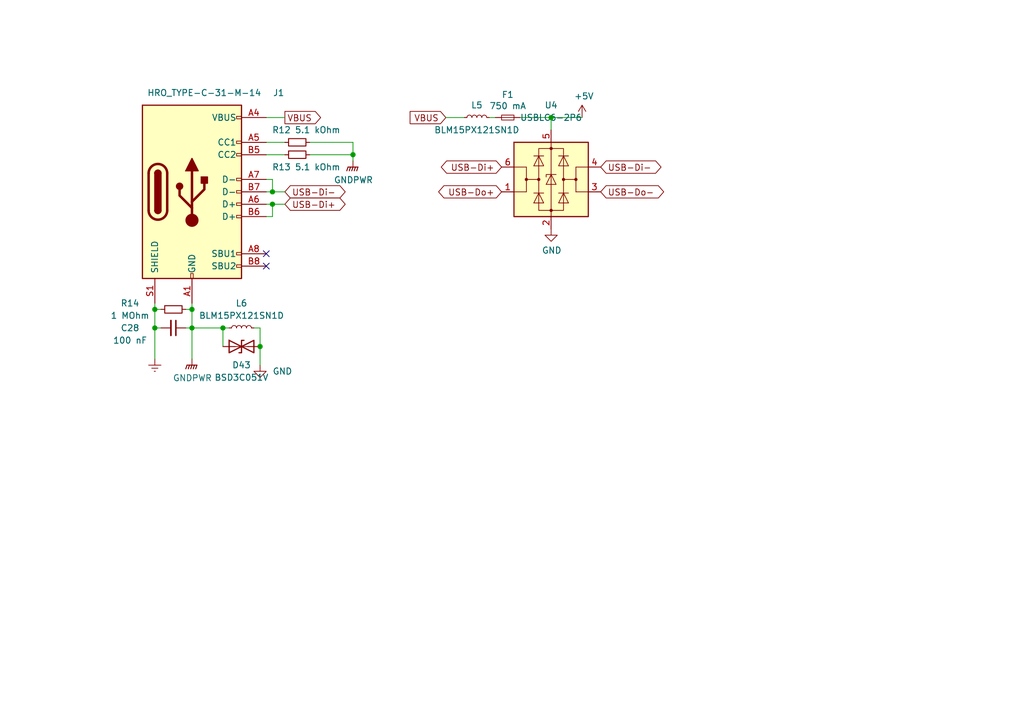
<source format=kicad_sch>
(kicad_sch (version 20230121) (generator eeschema)
  (paper "A5")
  (lib_symbols
    (symbol "Connector:USB_C_Receptacle_USB2.0" (pin_names (offset 1.016))
      (property "Reference" "J" (at -10.16 19.05 0))
      (property "Value" "USB_C_Receptacle_USB2.0" (at 19.05 19.05 0))
      (symbol "USB_C_Receptacle_USB2.0_0_0"
        (rectangle (start -0.254 -17.78) (end 0.254 -16.764))
        (rectangle (start 10.16 -14.986) (end 9.144 -15.494))
        (rectangle (start 10.16 -12.446) (end 9.144 -12.954))
        (rectangle (start 10.16 -4.826) (end 9.144 -5.334))
        (rectangle (start 10.16 -2.286) (end 9.144 -2.794))
        (rectangle (start 10.16 0.254) (end 9.144 -0.254))
        (rectangle (start 10.16 2.794) (end 9.144 2.286))
        (rectangle (start 10.16 7.874) (end 9.144 7.366))
        (rectangle (start 10.16 10.414) (end 9.144 9.906))
        (rectangle (start 10.16 15.494) (end 9.144 14.986))
      )
      (symbol "USB_C_Receptacle_USB2.0_0_1"
        (rectangle (start -10.16 17.78) (end 10.16 -17.78) (stroke (width 0.254)) (fill (type background)))
        (arc (start -8.89 -3.81) (mid -6.985 -5.7067) (end -5.08 -3.81) (stroke (width 0.508)))
        (arc (start -7.62 -3.81) (mid -6.985 -4.4423) (end -6.35 -3.81) (stroke (width 0.254)))
        (arc (start -7.62 -3.81) (mid -6.985 -4.4423) (end -6.35 -3.81) (stroke (width 0.254)) (fill (type outline)))
        (rectangle (start -7.62 -3.81) (end -6.35 3.81) (stroke (width 0.254)) (fill (type outline)))
        (arc (start -6.35 3.81) (mid -6.985 4.4423) (end -7.62 3.81) (stroke (width 0.254)))
        (arc (start -6.35 3.81) (mid -6.985 4.4423) (end -7.62 3.81) (stroke (width 0.254)) (fill (type outline)))
        (arc (start -5.08 3.81) (mid -6.985 5.7067) (end -8.89 3.81) (stroke (width 0.508)))
        (circle (center -2.54 1.143) (radius 0.635) (stroke (width 0.254)) (fill (type outline)))
        (circle (center 0 -5.842) (radius 1.27) (fill (type outline)))
        (polyline (pts (xy -8.89 -3.81) (xy -8.89 3.81)) (stroke (width 0.508)))
        (polyline (pts (xy -5.08 3.81) (xy -5.08 -3.81)) (stroke (width 0.508)))
        (polyline (pts (xy 0 -5.842) (xy 0 4.318)) (stroke (width 0.508)))
        (polyline (pts (xy 0 -3.302) (xy -2.54 -0.762) (xy -2.54 0.508)) (stroke (width 0.508)))
        (polyline (pts (xy 0 -2.032) (xy 2.54 0.508) (xy 2.54 1.778)) (stroke (width 0.508)))
        (polyline (pts (xy -1.27 4.318) (xy 0 6.858) (xy 1.27 4.318) (xy -1.27 4.318)) (stroke (width 0.254)) (fill (type outline)))
        (rectangle (start 1.905 1.778) (end 3.175 3.048) (stroke (width 0.254)) (fill (type outline)))
      )
      (symbol "USB_C_Receptacle_USB2.0_1_1"
        (pin passive line (at 0 -22.86 90) (length 5.08) (name "GND") (number "A1"))
        (pin passive line (at 0 -22.86 90) (length 5.08) hide (name "GND") (number "A12"))
        (pin passive line (at 15.24 15.24 180) (length 5.08) (name "VBUS") (number "A4"))
        (pin bidirectional line (at 15.24 10.16 180) (length 5.08) (name "CC1") (number "A5"))
        (pin bidirectional line (at 15.24 -2.54 180) (length 5.08) (name "D+") (number "A6"))
        (pin bidirectional line (at 15.24 2.54 180) (length 5.08) (name "D-") (number "A7"))
        (pin bidirectional line (at 15.24 -12.7 180) (length 5.08) (name "SBU1") (number "A8"))
        (pin passive line (at 15.24 15.24 180) (length 5.08) hide (name "VBUS") (number "A9"))
        (pin passive line (at 0 -22.86 90) (length 5.08) hide (name "GND") (number "B1"))
        (pin passive line (at 0 -22.86 90) (length 5.08) hide (name "GND") (number "B12"))
        (pin passive line (at 15.24 15.24 180) (length 5.08) hide (name "VBUS") (number "B4"))
        (pin bidirectional line (at 15.24 7.62 180) (length 5.08) (name "CC2") (number "B5"))
        (pin bidirectional line (at 15.24 -5.08 180) (length 5.08) (name "D+") (number "B6"))
        (pin bidirectional line (at 15.24 0 180) (length 5.08) (name "D-") (number "B7"))
        (pin bidirectional line (at 15.24 -15.24 180) (length 5.08) (name "SBU2") (number "B8"))
        (pin passive line (at 15.24 15.24 180) (length 5.08) hide (name "VBUS") (number "B9"))
        (pin passive line (at -7.62 -22.86 90) (length 5.08) (name "SHIELD") (number "S1"))
      )
    )
    (symbol "Device:C_Small" (pin_numbers hide) (pin_names (offset 0.254) hide)
      (property "Reference" "C" (at 0.254 1.778 0))
      (property "Value" "C_Small" (at 0.254 -2.032 0))
      (symbol "C_Small_0_1"
        (polyline (pts (xy -1.524 -0.508) (xy 1.524 -0.508)) (stroke (width 0.3302)))
        (polyline (pts (xy -1.524 0.508) (xy 1.524 0.508)) (stroke (width 0.3048)))
      )
      (symbol "C_Small_1_1"
        (pin passive line (at 0 2.54 270) (length 2.032) (name "~") (number "1"))
        (pin passive line (at 0 -2.54 90) (length 2.032) (name "~") (number "2"))
      )
    )
    (symbol "Device:D_TVS" (pin_numbers hide) (pin_names (offset 1.016) hide)
      (property "Reference" "D" (at 0 2.54 0))
      (property "Value" "D_TVS" (at 0 -2.54 0))
      (symbol "D_TVS_0_1"
        (polyline (pts (xy 1.27 0) (xy -1.27 0)))
        (polyline (pts (xy 0.508 1.27) (xy 0 1.27) (xy 0 -1.27) (xy -0.508 -1.27)) (stroke (width 0.254)))
        (polyline (pts (xy -2.54 1.27) (xy -2.54 -1.27) (xy 2.54 1.27) (xy 2.54 -1.27) (xy -2.54 1.27)) (stroke (width 0.254)))
      )
      (symbol "D_TVS_1_1"
        (pin passive line (at -3.81 0 0) (length 2.54) (name "A1") (number "1"))
        (pin passive line (at 3.81 0 180) (length 2.54) (name "A2") (number "2"))
      )
    )
    (symbol "Device:Fuse_Small" (pin_numbers hide) (pin_names (offset 0.254) hide)
      (property "Reference" "F" (at 0 -1.524 0))
      (property "Value" "Fuse_Small" (at 0 1.524 0))
      (symbol "Fuse_Small_0_1"
        (rectangle (start -1.27 0.508) (end 1.27 -0.508))
        (polyline (pts (xy -1.27 0) (xy 1.27 0)))
      )
      (symbol "Fuse_Small_1_1"
        (pin passive line (at -2.54 0 0) (length 1.27) (name "~") (number "1"))
        (pin passive line (at 2.54 0 180) (length 1.27) (name "~") (number "2"))
      )
    )
    (symbol "Device:L_Small" (pin_numbers hide) (pin_names (offset 0.254) hide)
      (property "Reference" "L" (at 0.762 1.016 0))
      (property "Value" "L_Small" (at 0.762 -1.016 0))
      (symbol "L_Small_0_1"
        (arc (start 0 -2.032) (mid 0.5058 -1.524) (end 0 -1.016))
        (arc (start 0 -1.016) (mid 0.5058 -0.508) (end 0 0))
        (arc (start 0 0) (mid 0.5058 0.508) (end 0 1.016))
        (arc (start 0 1.016) (mid 0.5058 1.524) (end 0 2.032))
      )
      (symbol "L_Small_1_1"
        (pin passive line (at 0 2.54 270) (length 0.508) (name "~") (number "1"))
        (pin passive line (at 0 -2.54 90) (length 0.508) (name "~") (number "2"))
      )
    )
    (symbol "Device:R_Small" (pin_numbers hide) (pin_names (offset 0.254) hide)
      (property "Reference" "R" (at 0.762 0.508 0))
      (property "Value" "R_Small" (at 0.762 -1.016 0))
      (symbol "R_Small_0_1"
        (rectangle (start -0.762 1.778) (end 0.762 -1.778) (stroke (width 0.2032)))
      )
      (symbol "R_Small_1_1"
        (pin passive line (at 0 2.54 270) (length 0.762) (name "~") (number "1"))
        (pin passive line (at 0 -2.54 90) (length 0.762) (name "~") (number "2"))
      )
    )
    (symbol "Power_Protection:USBLC6-2P6" (pin_names hide)
      (property "Reference" "U" (at 2.54 8.89 0))
      (property "Value" "USBLC6-2P6" (at 2.54 -8.89 0))
      (symbol "USBLC6-2P6_0_1"
        (rectangle (start -7.62 -7.62) (end 7.62 7.62) (stroke (width 0.254)) (fill (type background)))
        (circle (center -5.08 0) (radius 0.254) (fill (type outline)))
        (circle (center -2.54 0) (radius 0.254) (fill (type outline)))
        (rectangle (start -2.54 6.35) (end 2.54 -6.35))
        (circle (center 0 -6.35) (radius 0.254) (fill (type outline)))
        (polyline (pts (xy -5.08 -2.54) (xy -7.62 -2.54)))
        (polyline (pts (xy -5.08 0) (xy -5.08 -2.54)))
        (polyline (pts (xy -5.08 2.54) (xy -7.62 2.54)))
        (polyline (pts (xy -1.524 -2.794) (xy -3.556 -2.794)))
        (polyline (pts (xy -1.524 4.826) (xy -3.556 4.826)))
        (polyline (pts (xy 0 -7.62) (xy 0 -6.35)))
        (polyline (pts (xy 0 -6.35) (xy 0 1.27)))
        (polyline (pts (xy 0 1.27) (xy 0 6.35)))
        (polyline (pts (xy 0 6.35) (xy 0 7.62)))
        (polyline (pts (xy 1.524 -2.794) (xy 3.556 -2.794)))
        (polyline (pts (xy 1.524 4.826) (xy 3.556 4.826)))
        (polyline (pts (xy 5.08 -2.54) (xy 7.62 -2.54)))
        (polyline (pts (xy 5.08 0) (xy 5.08 -2.54)))
        (polyline (pts (xy 5.08 2.54) (xy 7.62 2.54)))
        (polyline (pts (xy -2.54 0) (xy -5.08 0) (xy -5.08 2.54)))
        (polyline (pts (xy 2.54 0) (xy 5.08 0) (xy 5.08 2.54)))
        (polyline (pts (xy -3.556 -4.826) (xy -1.524 -4.826) (xy -2.54 -2.794) (xy -3.556 -4.826)))
        (polyline (pts (xy -3.556 2.794) (xy -1.524 2.794) (xy -2.54 4.826) (xy -3.556 2.794)))
        (polyline (pts (xy -1.016 -1.016) (xy 1.016 -1.016) (xy 0 1.016) (xy -1.016 -1.016)))
        (polyline (pts (xy 1.016 1.016) (xy 0.762 1.016) (xy -1.016 1.016) (xy -1.016 0.508)))
        (polyline (pts (xy 3.556 -4.826) (xy 1.524 -4.826) (xy 2.54 -2.794) (xy 3.556 -4.826)))
        (polyline (pts (xy 3.556 2.794) (xy 1.524 2.794) (xy 2.54 4.826) (xy 3.556 2.794)))
        (circle (center 0 6.35) (radius 0.254) (fill (type outline)))
        (circle (center 2.54 0) (radius 0.254) (fill (type outline)))
        (circle (center 5.08 0) (radius 0.254) (fill (type outline)))
      )
      (symbol "USBLC6-2P6_1_1"
        (pin passive line (at -10.16 -2.54 0) (length 2.54) (name "I/O1") (number "1"))
        (pin passive line (at 0 -10.16 90) (length 2.54) (name "GND") (number "2"))
        (pin passive line (at 10.16 -2.54 180) (length 2.54) (name "I/O2") (number "3"))
        (pin passive line (at 10.16 2.54 180) (length 2.54) (name "I/O2") (number "4"))
        (pin passive line (at 0 10.16 270) (length 2.54) (name "VBUS") (number "5"))
        (pin passive line (at -10.16 2.54 0) (length 2.54) (name "I/O1") (number "6"))
      )
    )
    (symbol "power:+5V" (power) (pin_names (offset 0))
      (property "Value" "+5V" (at 0 3.556 0))
      (symbol "+5V_0_1"
        (polyline (pts (xy -0.762 1.27) (xy 0 2.54)))
        (polyline (pts (xy 0 0) (xy 0 2.54)))
        (polyline (pts (xy 0 2.54) (xy 0.762 1.27)))
      )
      (symbol "+5V_1_1"
        (pin power_in line (at 0 0 90) (length 0) hide (name "+5V") (number "1"))
      )
    )
    (symbol "power:Earth" (power) (pin_names (offset 0))
      (symbol "Earth_0_1"
        (polyline (pts (xy -0.635 -1.905) (xy 0.635 -1.905)))
        (polyline (pts (xy -0.127 -2.54) (xy 0.127 -2.54)))
        (polyline (pts (xy 0 -1.27) (xy 0 0)))
        (polyline (pts (xy 1.27 -1.27) (xy -1.27 -1.27)))
      )
      (symbol "Earth_1_1"
        (pin power_in line (at 0 0 270) (length 0) hide (name "Earth") (number "1"))
      )
    )
    (symbol "power:GND" (power) (pin_names (offset 0))
      (property "Value" "GND" (at 0 -3.81 0))
      (symbol "GND_0_1"
        (polyline (pts (xy 0 0) (xy 0 -1.27) (xy 1.27 -1.27) (xy 0 -2.54) (xy -1.27 -1.27) (xy 0 -1.27)))
      )
      (symbol "GND_1_1"
        (pin power_in line (at 0 0 270) (length 0) hide (name "GND") (number "1"))
      )
    )
    (symbol "power:GNDPWR" (power) (pin_names (offset 0))
      (property "Value" "GNDPWR" (at 0 -3.302 0))
      (symbol "GNDPWR_0_1"
        (polyline (pts (xy 0 -1.27) (xy 0 0)))
        (polyline (pts (xy -1.016 -1.27) (xy -1.27 -2.032) (xy -1.27 -2.032)) (stroke (width 0.2032)))
        (polyline (pts (xy -0.508 -1.27) (xy -0.762 -2.032) (xy -0.762 -2.032)) (stroke (width 0.2032)))
        (polyline (pts (xy 0 -1.27) (xy -0.254 -2.032) (xy -0.254 -2.032)) (stroke (width 0.2032)))
        (polyline (pts (xy 0.508 -1.27) (xy 0.254 -2.032) (xy 0.254 -2.032)) (stroke (width 0.2032)))
        (polyline (pts (xy 1.016 -1.27) (xy -1.016 -1.27) (xy -1.016 -1.27)) (stroke (width 0.2032)))
        (polyline (pts (xy 1.016 -1.27) (xy 0.762 -2.032) (xy 0.762 -2.032) (xy 0.762 -2.032)) (stroke (width 0.2032)))
      )
      (symbol "GNDPWR_1_1"
        (pin power_in line (at 0 0 270) (length 0) hide (name "GNDPWR") (number "1"))
      )
    )
  )
  (junction (at 113.03 24.13) (diameter 0.9144))
  (junction (at 31.75 63.5) (diameter 0.9144))
  (junction (at 55.88 41.91) (diameter 0.9144))
  (junction (at 55.88 39.37) (diameter 0.9144))
  (junction (at 39.37 67.31) (diameter 0.9144))
  (junction (at 72.39 31.75) (diameter 0.9144))
  (junction (at 53.34 71.12))
  (junction (at 45.72 67.31))
  (junction (at 39.37 63.5) (diameter 0.9144))
  (junction (at 31.75 67.31) (diameter 0.9144))
  (no_connect (at 54.61 52.07))
  (no_connect (at 54.61 54.61))
  (wire (pts (xy 55.88 44.45) (xy 55.88 41.91)))
  (wire (pts (xy 45.72 67.31) (xy 39.37 67.31)))
  (wire (pts (xy 53.34 67.31) (xy 53.34 71.12)))
  (wire (pts (xy 113.03 24.13) (xy 119.38 24.13)))
  (wire (pts (xy 91.44 24.13) (xy 95.25 24.13)))
  (wire (pts (xy 46.99 67.31) (xy 45.72 67.31)))
  (wire (pts (xy 38.1 67.31) (xy 39.37 67.31)))
  (wire (pts (xy 31.75 62.23) (xy 31.75 63.5)))
  (wire (pts (xy 54.61 24.13) (xy 58.42 24.13)))
  (wire (pts (xy 106.68 24.13) (xy 113.03 24.13)))
  (wire (pts (xy 53.34 71.12) (xy 53.34 74.93)))
  (wire (pts (xy 39.37 67.31) (xy 39.37 73.66)))
  (wire (pts (xy 54.61 31.75) (xy 58.42 31.75)))
  (wire (pts (xy 52.07 67.31) (xy 53.34 67.31)))
  (wire (pts (xy 38.1 63.5) (xy 39.37 63.5)))
  (wire (pts (xy 55.88 36.83) (xy 55.88 39.37)))
  (wire (pts (xy 58.42 39.37) (xy 55.88 39.37)))
  (wire (pts (xy 31.75 63.5) (xy 31.75 67.31)))
  (wire (pts (xy 113.03 24.13) (xy 113.03 26.67)))
  (wire (pts (xy 63.5 31.75) (xy 72.39 31.75)))
  (wire (pts (xy 39.37 62.23) (xy 39.37 63.5)))
  (wire (pts (xy 72.39 29.21) (xy 72.39 31.75)))
  (wire (pts (xy 54.61 29.21) (xy 58.42 29.21)))
  (wire (pts (xy 54.61 44.45) (xy 55.88 44.45)))
  (wire (pts (xy 100.33 24.13) (xy 101.6 24.13)))
  (wire (pts (xy 54.61 36.83) (xy 55.88 36.83)))
  (wire (pts (xy 39.37 63.5) (xy 39.37 67.31)))
  (wire (pts (xy 31.75 67.31) (xy 31.75 73.66)))
  (wire (pts (xy 33.02 67.31) (xy 31.75 67.31)))
  (wire (pts (xy 72.39 33.02) (xy 72.39 31.75)))
  (wire (pts (xy 55.88 39.37) (xy 54.61 39.37)))
  (wire (pts (xy 33.02 63.5) (xy 31.75 63.5)))
  (wire (pts (xy 54.61 41.91) (xy 55.88 41.91)))
  (wire (pts (xy 45.72 67.31) (xy 45.72 71.12)))
  (wire (pts (xy 63.5 29.21) (xy 72.39 29.21)))
  (wire (pts (xy 55.88 41.91) (xy 58.42 41.91)))
  (global_label "USB-Di+" (shape bidirectional) (at 102.87 34.29 180) (property "Intersheetrefs" "${INTERSHEET_REFS}" (effects hide)))
  (global_label "USB-Di+" (shape bidirectional) (at 58.42 41.91 0) (property "Intersheetrefs" "${INTERSHEET_REFS}" (effects hide)))
  (global_label "USB-Di-" (shape bidirectional) (at 123.19 34.29 0) (property "Intersheetrefs" "${INTERSHEET_REFS}" (effects hide)))
  (global_label "USB-Do-" (shape bidirectional) (at 123.19 39.37 0) (property "Intersheetrefs" "${INTERSHEET_REFS}" (effects hide)))
  (global_label "VBUS" (shape output) (at 58.42 24.13 0) (property "Intersheetrefs" "${INTERSHEET_REFS}" (effects hide)))
  (global_label "USB-Di-" (shape bidirectional) (at 58.42 39.37 0) (property "Intersheetrefs" "${INTERSHEET_REFS}" (effects hide)))
  (global_label "VBUS" (shape input) (at 91.44 24.13 180) (property "Intersheetrefs" "${INTERSHEET_REFS}" (effects hide)))
  (global_label "USB-Do+" (shape bidirectional) (at 102.87 39.37 180) (property "Intersheetrefs" "${INTERSHEET_REFS}" (effects hide)))
  (symbol (lib_id "Device:R_Small") (at 60.96 31.75 90) (mirror x) (unit 1)
    (property "Reference" "R13" (at 59.69 34.29 90) (effects (justify left)))
    (property "Value" "5.1 kOhm" (at 69.85 34.29 90) (effects (justify left)))
    (property "Footprint" "Resistor_SMD:R_0402_1005Metric" (effects hide))
    (property "LCSC" "C25905" (effects hide))
    (instances (project "osprey_rev_a" (path "" (reference "R13") (unit 1))) (project "pandemonium BLE" (path "" (reference "R2") (unit 1))))
  )
  (symbol (lib_id "power:GND") (at 113.03 46.99 0) (unit 1)
    (property "Reference" "#PWR031" (effects hide))
    (property "Value" "GND" (at 113.157 51.3842 0))
    (instances (project "osprey_rev_a" (path "" (reference "#PWR031") (unit 1))) (project "pandemonium BLE" (path "" (reference "#PWR05") (unit 1))))
  )
  (symbol (lib_id "power:GND") (at 53.34 74.93 0) (unit 1)
    (property "Reference" "#PWR034" (effects hide))
    (property "Value" "GND" (at 55.88 76.1999 0) (effects (justify left)))
    (instances (project "osprey_rev_a" (path "" (reference "#PWR034") (unit 1))) (project "pandemonium BLE" (path "" (reference "#PWR010") (unit 1))))
  )
  (symbol (lib_id "Connector:USB_C_Receptacle_USB2.0") (at 39.37 39.37 0) (unit 1)
    (property "Reference" "J1" (at 57.15 19.05 0))
    (property "Value" "HRO_TYPE-C-31-M-14" (at 41.91 19.05 0))
    (property "Footprint" "PCM_marbastlib-various:USB_C_Receptacle_HRO_TYPE-C-31-M-12" (effects hide))
    (property "Datasheet" "https://www.usb.org/sites/default/files/documents/usb_type-c.zip" (effects hide))
  )
  (symbol (lib_id "Device:D_TVS") (at 49.53 71.12 0) (unit 1)
    (property "Reference" "D43" (at 49.53 74.93 0))
    (property "Value" "BSD3C051V" (at 49.53 77.47 0))
    (property "Footprint" "Diode_SMD:D_SOD-323" (effects hide))
    (property "LCSC" "C151996" (effects hide))
    (instances (project "osprey_rev_a" (path "" (reference "D43") (unit 1))) (project "pandemonium BLE" (path "" (reference "D33") (unit 1))))
  )
  (symbol (lib_id "Device:L_Small") (at 97.79 24.13 90) (unit 1)
    (property "Reference" "L5" (at 97.79 21.59 90))
    (property "Value" "BLM15PX121SN1D" (at 97.79 26.67 90))
    (property "Footprint" "Inductor_SMD:L_0402_1005Metric" (effects hide))
    (property "LCSC" "C88970" (effects hide))
    (instances (project "osprey_rev_a" (path "" (reference "L5") (unit 1))) (project "pandemonium BLE" (path "" (reference "L1") (unit 1))))
  )
  (symbol (lib_id "Device:Fuse_Small") (at 104.14 24.13 0) (unit 1)
    (property "Reference" "F1" (at 104.14 19.431 0))
    (property "Value" "750 mA" (at 104.14 21.7424 0))
    (property "Footprint" "Fuse:Fuse_0603_1608Metric" (effects hide))
    (property "LCSC" "C20792" (effects hide))
  )
  (symbol (lib_id "Device:C_Small") (at 35.56 67.31 270) (unit 1)
    (property "Reference" "C28" (at 26.67 67.31 90))
    (property "Value" "100 nF" (at 26.67 69.85 90))
    (property "Footprint" "Capacitor_SMD:C_0402_1005Metric" (effects hide))
    (property "LCSC" "C1525" (effects hide))
    (property "Notes" "X7R, 10%" (effects hide))
    (instances (project "osprey_rev_a" (path "" (reference "C28") (unit 1))) (project "pandemonium BLE" (path "" (reference "C1") (unit 1))))
  )
  (symbol (lib_id "power:GNDPWR") (at 72.39 33.02 0) (unit 1)
    (property "Reference" "#PWR030" (effects hide))
    (property "Value" "GNDPWR" (at 72.4916 36.9316 0))
    (instances (project "osprey_rev_a" (path "" (reference "#PWR030") (unit 1))) (project "pandemonium BLE" (path "" (reference "#PWR04") (unit 1))))
  )
  (symbol (lib_id "power:Earth") (at 31.75 73.66 0) (unit 1)
    (property "Reference" "#PWR032" (effects hide))
    (property "Value" "Earth" (effects hide))
    (instances (project "osprey_rev_a" (path "" (reference "#PWR032") (unit 1))) (project "pandemonium BLE" (path "" (reference "#PWR06") (unit 1))))
  )
  (symbol (lib_id "power:+5V") (at 119.38 24.13 0) (unit 1)
    (property "Reference" "#PWR029" (effects hide))
    (property "Value" "+5V" (at 119.761 19.7358 0))
    (instances (project "osprey_rev_a" (path "" (reference "#PWR029") (unit 1))) (project "pandemonium BLE" (path "" (reference "#PWR03") (unit 1))))
  )
  (symbol (lib_id "Device:R_Small") (at 35.56 63.5 90) (mirror x) (unit 1)
    (property "Reference" "R14" (at 26.67 62.23 90))
    (property "Value" "1 MOhm" (at 26.67 64.77 90))
    (property "Footprint" "Resistor_SMD:R_0402_1005Metric" (effects hide))
    (property "LCSC" "C26083" (effects hide))
    (instances (project "osprey_rev_a" (path "" (reference "R14") (unit 1))) (project "pandemonium BLE" (path "" (reference "R3") (unit 1))))
  )
  (symbol (lib_id "Power_Protection:USBLC6-2P6") (at 113.03 36.83 0) (unit 1)
    (property "Reference" "U4" (at 113.03 21.59 0))
    (property "Value" "USBLC6-2P6" (at 113.03 24.13 0))
    (property "Footprint" "Package_TO_SOT_SMD:SOT-666" (effects hide))
    (property "Datasheet" "https://www.st.com/resource/en/datasheet/usblc6-2.pdf" (effects hide))
    (property "LCSC" "C15999" (effects hide))
    (instances (project "osprey_rev_a" (path "" (reference "U4") (unit 1))) (project "pandemonium BLE" (path "" (reference "U1") (unit 1))))
  )
  (symbol (lib_id "Device:L_Small") (at 49.53 67.31 90) (unit 1)
    (property "Reference" "L6" (at 49.53 62.23 90))
    (property "Value" "BLM15PX121SN1D" (at 49.53 64.77 90))
    (property "Footprint" "Inductor_SMD:L_0402_1005Metric" (effects hide))
    (property "LCSC" "C88970" (effects hide))
    (instances (project "osprey_rev_a" (path "" (reference "L6") (unit 1))) (project "pandemonium BLE" (path "" (reference "L2") (unit 1))))
  )
  (symbol (lib_id "Device:R_Small") (at 60.96 29.21 90) (mirror x) (unit 1)
    (property "Reference" "R12" (at 59.69 26.67 90) (effects (justify left)))
    (property "Value" "5.1 kOhm" (at 69.85 26.67 90) (effects (justify left)))
    (property "Footprint" "Resistor_SMD:R_0402_1005Metric" (effects hide))
    (property "LCSC" "C25905" (effects hide))
    (instances (project "osprey_rev_a" (path "" (reference "R12") (unit 1))) (project "pandemonium BLE" (path "" (reference "R1") (unit 1))))
  )
  (symbol (lib_id "power:GNDPWR") (at 39.37 73.66 0) (unit 1)
    (property "Reference" "#PWR033" (effects hide))
    (property "Value" "GNDPWR" (at 39.4716 77.5716 0))
    (instances (project "osprey_rev_a" (path "" (reference "#PWR033") (unit 1))) (project "pandemonium BLE" (path "" (reference "#PWR09") (unit 1))))
  )
)
</source>
